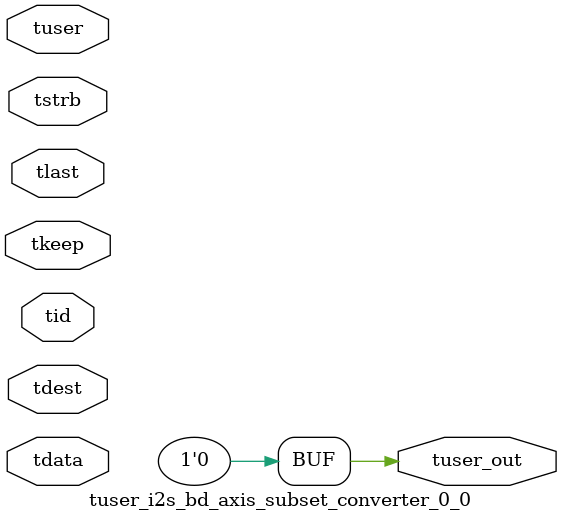
<source format=v>


`timescale 1ps/1ps

module tuser_i2s_bd_axis_subset_converter_0_0 #
(
parameter C_S_AXIS_TUSER_WIDTH = 1,
parameter C_S_AXIS_TDATA_WIDTH = 32,
parameter C_S_AXIS_TID_WIDTH   = 0,
parameter C_S_AXIS_TDEST_WIDTH = 0,
parameter C_M_AXIS_TUSER_WIDTH = 1
)
(
input  [(C_S_AXIS_TUSER_WIDTH == 0 ? 1 : C_S_AXIS_TUSER_WIDTH)-1:0     ] tuser,
input  [(C_S_AXIS_TDATA_WIDTH == 0 ? 1 : C_S_AXIS_TDATA_WIDTH)-1:0     ] tdata,
input  [(C_S_AXIS_TID_WIDTH   == 0 ? 1 : C_S_AXIS_TID_WIDTH)-1:0       ] tid,
input  [(C_S_AXIS_TDEST_WIDTH == 0 ? 1 : C_S_AXIS_TDEST_WIDTH)-1:0     ] tdest,
input  [(C_S_AXIS_TDATA_WIDTH/8)-1:0 ] tkeep,
input  [(C_S_AXIS_TDATA_WIDTH/8)-1:0 ] tstrb,
input                                                                    tlast,
output [C_M_AXIS_TUSER_WIDTH-1:0] tuser_out
);

assign tuser_out = {1'b0};

endmodule


</source>
